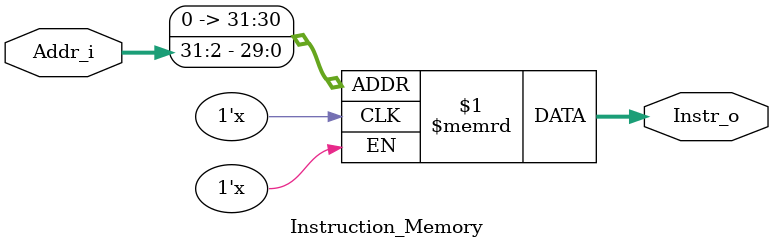
<source format=v>
module Instruction_Memory
(
    input   [31:0]      Addr_i,
    output  [31:0]      Instr_o
);


// Instruction memory
reg     [31:0]     memory  [0:255];

assign  Instr_o = memory[Addr_i>>2];  

endmodule

</source>
